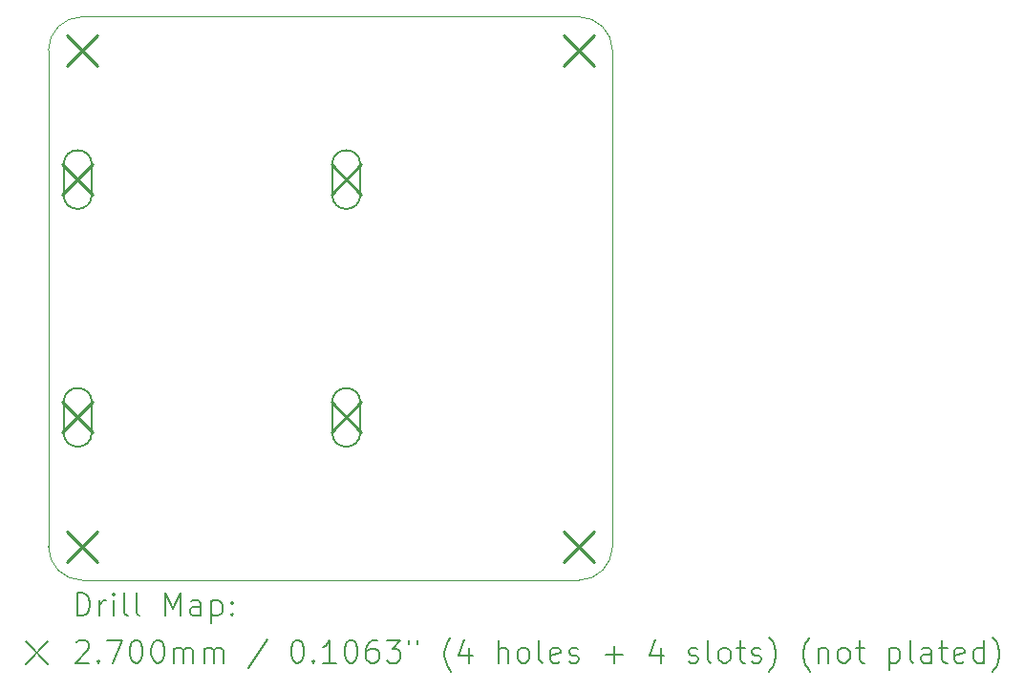
<source format=gbr>
%FSLAX45Y45*%
G04 Gerber Fmt 4.5, Leading zero omitted, Abs format (unit mm)*
G04 Created by KiCad (PCBNEW (6.0.2)) date 2022-03-15 19:19:35*
%MOMM*%
%LPD*%
G01*
G04 APERTURE LIST*
%TA.AperFunction,Profile*%
%ADD10C,0.050000*%
%TD*%
%ADD11C,0.200000*%
%ADD12C,0.270000*%
G04 APERTURE END LIST*
D10*
X17700000Y-10200000D02*
X17700000Y-5800000D01*
X12700000Y-10200000D02*
G75*
G03*
X13000000Y-10500000I300000J0D01*
G01*
X13000000Y-5500000D02*
G75*
G03*
X12700000Y-5800000I0J-300000D01*
G01*
X12700000Y-5800000D02*
X12700000Y-10200000D01*
X17400000Y-5500000D02*
X13000000Y-5500000D01*
X13000000Y-10500000D02*
X17400000Y-10500000D01*
X17400000Y-10500000D02*
G75*
G03*
X17700000Y-10200000I0J300000D01*
G01*
X17700000Y-5800000D02*
G75*
G03*
X17400000Y-5500000I-300000J0D01*
G01*
D11*
D12*
X12825000Y-6810000D02*
X13095000Y-7080000D01*
X13095000Y-6810000D02*
X12825000Y-7080000D01*
D11*
X13085000Y-7080000D02*
X13085000Y-6810000D01*
X12835000Y-7080000D02*
X12835000Y-6810000D01*
X13085000Y-6810000D02*
G75*
G03*
X12835000Y-6810000I-125000J0D01*
G01*
X12835000Y-7080000D02*
G75*
G03*
X13085000Y-7080000I125000J0D01*
G01*
D12*
X12825000Y-8920000D02*
X13095000Y-9190000D01*
X13095000Y-8920000D02*
X12825000Y-9190000D01*
D11*
X13085000Y-9190000D02*
X13085000Y-8920000D01*
X12835000Y-9190000D02*
X12835000Y-8920000D01*
X13085000Y-8920000D02*
G75*
G03*
X12835000Y-8920000I-125000J0D01*
G01*
X12835000Y-9190000D02*
G75*
G03*
X13085000Y-9190000I125000J0D01*
G01*
D12*
X12865000Y-5665000D02*
X13135000Y-5935000D01*
X13135000Y-5665000D02*
X12865000Y-5935000D01*
X12865000Y-10065000D02*
X13135000Y-10335000D01*
X13135000Y-10065000D02*
X12865000Y-10335000D01*
X15205000Y-6810000D02*
X15475000Y-7080000D01*
X15475000Y-6810000D02*
X15205000Y-7080000D01*
D11*
X15465000Y-7080000D02*
X15465000Y-6810000D01*
X15215000Y-7080000D02*
X15215000Y-6810000D01*
X15465000Y-6810000D02*
G75*
G03*
X15215000Y-6810000I-125000J0D01*
G01*
X15215000Y-7080000D02*
G75*
G03*
X15465000Y-7080000I125000J0D01*
G01*
D12*
X15205000Y-8920000D02*
X15475000Y-9190000D01*
X15475000Y-8920000D02*
X15205000Y-9190000D01*
D11*
X15465000Y-9190000D02*
X15465000Y-8920000D01*
X15215000Y-9190000D02*
X15215000Y-8920000D01*
X15465000Y-8920000D02*
G75*
G03*
X15215000Y-8920000I-125000J0D01*
G01*
X15215000Y-9190000D02*
G75*
G03*
X15465000Y-9190000I125000J0D01*
G01*
D12*
X17265000Y-5665000D02*
X17535000Y-5935000D01*
X17535000Y-5665000D02*
X17265000Y-5935000D01*
X17265000Y-10065000D02*
X17535000Y-10335000D01*
X17535000Y-10065000D02*
X17265000Y-10335000D01*
D11*
X12955119Y-10812976D02*
X12955119Y-10612976D01*
X13002738Y-10612976D01*
X13031309Y-10622500D01*
X13050357Y-10641548D01*
X13059881Y-10660595D01*
X13069405Y-10698690D01*
X13069405Y-10727262D01*
X13059881Y-10765357D01*
X13050357Y-10784405D01*
X13031309Y-10803452D01*
X13002738Y-10812976D01*
X12955119Y-10812976D01*
X13155119Y-10812976D02*
X13155119Y-10679643D01*
X13155119Y-10717738D02*
X13164643Y-10698690D01*
X13174167Y-10689167D01*
X13193214Y-10679643D01*
X13212262Y-10679643D01*
X13278928Y-10812976D02*
X13278928Y-10679643D01*
X13278928Y-10612976D02*
X13269405Y-10622500D01*
X13278928Y-10632024D01*
X13288452Y-10622500D01*
X13278928Y-10612976D01*
X13278928Y-10632024D01*
X13402738Y-10812976D02*
X13383690Y-10803452D01*
X13374167Y-10784405D01*
X13374167Y-10612976D01*
X13507500Y-10812976D02*
X13488452Y-10803452D01*
X13478928Y-10784405D01*
X13478928Y-10612976D01*
X13736071Y-10812976D02*
X13736071Y-10612976D01*
X13802738Y-10755833D01*
X13869405Y-10612976D01*
X13869405Y-10812976D01*
X14050357Y-10812976D02*
X14050357Y-10708214D01*
X14040833Y-10689167D01*
X14021786Y-10679643D01*
X13983690Y-10679643D01*
X13964643Y-10689167D01*
X14050357Y-10803452D02*
X14031309Y-10812976D01*
X13983690Y-10812976D01*
X13964643Y-10803452D01*
X13955119Y-10784405D01*
X13955119Y-10765357D01*
X13964643Y-10746310D01*
X13983690Y-10736786D01*
X14031309Y-10736786D01*
X14050357Y-10727262D01*
X14145595Y-10679643D02*
X14145595Y-10879643D01*
X14145595Y-10689167D02*
X14164643Y-10679643D01*
X14202738Y-10679643D01*
X14221786Y-10689167D01*
X14231309Y-10698690D01*
X14240833Y-10717738D01*
X14240833Y-10774881D01*
X14231309Y-10793929D01*
X14221786Y-10803452D01*
X14202738Y-10812976D01*
X14164643Y-10812976D01*
X14145595Y-10803452D01*
X14326548Y-10793929D02*
X14336071Y-10803452D01*
X14326548Y-10812976D01*
X14317024Y-10803452D01*
X14326548Y-10793929D01*
X14326548Y-10812976D01*
X14326548Y-10689167D02*
X14336071Y-10698690D01*
X14326548Y-10708214D01*
X14317024Y-10698690D01*
X14326548Y-10689167D01*
X14326548Y-10708214D01*
X12497500Y-11042500D02*
X12697500Y-11242500D01*
X12697500Y-11042500D02*
X12497500Y-11242500D01*
X12945595Y-11052024D02*
X12955119Y-11042500D01*
X12974167Y-11032976D01*
X13021786Y-11032976D01*
X13040833Y-11042500D01*
X13050357Y-11052024D01*
X13059881Y-11071071D01*
X13059881Y-11090119D01*
X13050357Y-11118690D01*
X12936071Y-11232976D01*
X13059881Y-11232976D01*
X13145595Y-11213928D02*
X13155119Y-11223452D01*
X13145595Y-11232976D01*
X13136071Y-11223452D01*
X13145595Y-11213928D01*
X13145595Y-11232976D01*
X13221786Y-11032976D02*
X13355119Y-11032976D01*
X13269405Y-11232976D01*
X13469405Y-11032976D02*
X13488452Y-11032976D01*
X13507500Y-11042500D01*
X13517024Y-11052024D01*
X13526548Y-11071071D01*
X13536071Y-11109167D01*
X13536071Y-11156786D01*
X13526548Y-11194881D01*
X13517024Y-11213928D01*
X13507500Y-11223452D01*
X13488452Y-11232976D01*
X13469405Y-11232976D01*
X13450357Y-11223452D01*
X13440833Y-11213928D01*
X13431309Y-11194881D01*
X13421786Y-11156786D01*
X13421786Y-11109167D01*
X13431309Y-11071071D01*
X13440833Y-11052024D01*
X13450357Y-11042500D01*
X13469405Y-11032976D01*
X13659881Y-11032976D02*
X13678928Y-11032976D01*
X13697976Y-11042500D01*
X13707500Y-11052024D01*
X13717024Y-11071071D01*
X13726548Y-11109167D01*
X13726548Y-11156786D01*
X13717024Y-11194881D01*
X13707500Y-11213928D01*
X13697976Y-11223452D01*
X13678928Y-11232976D01*
X13659881Y-11232976D01*
X13640833Y-11223452D01*
X13631309Y-11213928D01*
X13621786Y-11194881D01*
X13612262Y-11156786D01*
X13612262Y-11109167D01*
X13621786Y-11071071D01*
X13631309Y-11052024D01*
X13640833Y-11042500D01*
X13659881Y-11032976D01*
X13812262Y-11232976D02*
X13812262Y-11099643D01*
X13812262Y-11118690D02*
X13821786Y-11109167D01*
X13840833Y-11099643D01*
X13869405Y-11099643D01*
X13888452Y-11109167D01*
X13897976Y-11128214D01*
X13897976Y-11232976D01*
X13897976Y-11128214D02*
X13907500Y-11109167D01*
X13926548Y-11099643D01*
X13955119Y-11099643D01*
X13974167Y-11109167D01*
X13983690Y-11128214D01*
X13983690Y-11232976D01*
X14078928Y-11232976D02*
X14078928Y-11099643D01*
X14078928Y-11118690D02*
X14088452Y-11109167D01*
X14107500Y-11099643D01*
X14136071Y-11099643D01*
X14155119Y-11109167D01*
X14164643Y-11128214D01*
X14164643Y-11232976D01*
X14164643Y-11128214D02*
X14174167Y-11109167D01*
X14193214Y-11099643D01*
X14221786Y-11099643D01*
X14240833Y-11109167D01*
X14250357Y-11128214D01*
X14250357Y-11232976D01*
X14640833Y-11023452D02*
X14469405Y-11280595D01*
X14897976Y-11032976D02*
X14917024Y-11032976D01*
X14936071Y-11042500D01*
X14945595Y-11052024D01*
X14955119Y-11071071D01*
X14964643Y-11109167D01*
X14964643Y-11156786D01*
X14955119Y-11194881D01*
X14945595Y-11213928D01*
X14936071Y-11223452D01*
X14917024Y-11232976D01*
X14897976Y-11232976D01*
X14878928Y-11223452D01*
X14869405Y-11213928D01*
X14859881Y-11194881D01*
X14850357Y-11156786D01*
X14850357Y-11109167D01*
X14859881Y-11071071D01*
X14869405Y-11052024D01*
X14878928Y-11042500D01*
X14897976Y-11032976D01*
X15050357Y-11213928D02*
X15059881Y-11223452D01*
X15050357Y-11232976D01*
X15040833Y-11223452D01*
X15050357Y-11213928D01*
X15050357Y-11232976D01*
X15250357Y-11232976D02*
X15136071Y-11232976D01*
X15193214Y-11232976D02*
X15193214Y-11032976D01*
X15174167Y-11061548D01*
X15155119Y-11080595D01*
X15136071Y-11090119D01*
X15374167Y-11032976D02*
X15393214Y-11032976D01*
X15412262Y-11042500D01*
X15421786Y-11052024D01*
X15431309Y-11071071D01*
X15440833Y-11109167D01*
X15440833Y-11156786D01*
X15431309Y-11194881D01*
X15421786Y-11213928D01*
X15412262Y-11223452D01*
X15393214Y-11232976D01*
X15374167Y-11232976D01*
X15355119Y-11223452D01*
X15345595Y-11213928D01*
X15336071Y-11194881D01*
X15326548Y-11156786D01*
X15326548Y-11109167D01*
X15336071Y-11071071D01*
X15345595Y-11052024D01*
X15355119Y-11042500D01*
X15374167Y-11032976D01*
X15612262Y-11032976D02*
X15574167Y-11032976D01*
X15555119Y-11042500D01*
X15545595Y-11052024D01*
X15526548Y-11080595D01*
X15517024Y-11118690D01*
X15517024Y-11194881D01*
X15526548Y-11213928D01*
X15536071Y-11223452D01*
X15555119Y-11232976D01*
X15593214Y-11232976D01*
X15612262Y-11223452D01*
X15621786Y-11213928D01*
X15631309Y-11194881D01*
X15631309Y-11147262D01*
X15621786Y-11128214D01*
X15612262Y-11118690D01*
X15593214Y-11109167D01*
X15555119Y-11109167D01*
X15536071Y-11118690D01*
X15526548Y-11128214D01*
X15517024Y-11147262D01*
X15697976Y-11032976D02*
X15821786Y-11032976D01*
X15755119Y-11109167D01*
X15783690Y-11109167D01*
X15802738Y-11118690D01*
X15812262Y-11128214D01*
X15821786Y-11147262D01*
X15821786Y-11194881D01*
X15812262Y-11213928D01*
X15802738Y-11223452D01*
X15783690Y-11232976D01*
X15726548Y-11232976D01*
X15707500Y-11223452D01*
X15697976Y-11213928D01*
X15897976Y-11032976D02*
X15897976Y-11071071D01*
X15974167Y-11032976D02*
X15974167Y-11071071D01*
X16269405Y-11309167D02*
X16259881Y-11299643D01*
X16240833Y-11271071D01*
X16231309Y-11252024D01*
X16221786Y-11223452D01*
X16212262Y-11175833D01*
X16212262Y-11137738D01*
X16221786Y-11090119D01*
X16231309Y-11061548D01*
X16240833Y-11042500D01*
X16259881Y-11013929D01*
X16269405Y-11004405D01*
X16431309Y-11099643D02*
X16431309Y-11232976D01*
X16383690Y-11023452D02*
X16336071Y-11166310D01*
X16459881Y-11166310D01*
X16688452Y-11232976D02*
X16688452Y-11032976D01*
X16774167Y-11232976D02*
X16774167Y-11128214D01*
X16764643Y-11109167D01*
X16745595Y-11099643D01*
X16717024Y-11099643D01*
X16697976Y-11109167D01*
X16688452Y-11118690D01*
X16897976Y-11232976D02*
X16878929Y-11223452D01*
X16869405Y-11213928D01*
X16859881Y-11194881D01*
X16859881Y-11137738D01*
X16869405Y-11118690D01*
X16878929Y-11109167D01*
X16897976Y-11099643D01*
X16926548Y-11099643D01*
X16945595Y-11109167D01*
X16955119Y-11118690D01*
X16964643Y-11137738D01*
X16964643Y-11194881D01*
X16955119Y-11213928D01*
X16945595Y-11223452D01*
X16926548Y-11232976D01*
X16897976Y-11232976D01*
X17078929Y-11232976D02*
X17059881Y-11223452D01*
X17050357Y-11204405D01*
X17050357Y-11032976D01*
X17231310Y-11223452D02*
X17212262Y-11232976D01*
X17174167Y-11232976D01*
X17155119Y-11223452D01*
X17145595Y-11204405D01*
X17145595Y-11128214D01*
X17155119Y-11109167D01*
X17174167Y-11099643D01*
X17212262Y-11099643D01*
X17231310Y-11109167D01*
X17240833Y-11128214D01*
X17240833Y-11147262D01*
X17145595Y-11166310D01*
X17317024Y-11223452D02*
X17336071Y-11232976D01*
X17374167Y-11232976D01*
X17393214Y-11223452D01*
X17402738Y-11204405D01*
X17402738Y-11194881D01*
X17393214Y-11175833D01*
X17374167Y-11166310D01*
X17345595Y-11166310D01*
X17326548Y-11156786D01*
X17317024Y-11137738D01*
X17317024Y-11128214D01*
X17326548Y-11109167D01*
X17345595Y-11099643D01*
X17374167Y-11099643D01*
X17393214Y-11109167D01*
X17640833Y-11156786D02*
X17793214Y-11156786D01*
X17717024Y-11232976D02*
X17717024Y-11080595D01*
X18126548Y-11099643D02*
X18126548Y-11232976D01*
X18078929Y-11023452D02*
X18031310Y-11166310D01*
X18155119Y-11166310D01*
X18374167Y-11223452D02*
X18393214Y-11232976D01*
X18431310Y-11232976D01*
X18450357Y-11223452D01*
X18459881Y-11204405D01*
X18459881Y-11194881D01*
X18450357Y-11175833D01*
X18431310Y-11166310D01*
X18402738Y-11166310D01*
X18383690Y-11156786D01*
X18374167Y-11137738D01*
X18374167Y-11128214D01*
X18383690Y-11109167D01*
X18402738Y-11099643D01*
X18431310Y-11099643D01*
X18450357Y-11109167D01*
X18574167Y-11232976D02*
X18555119Y-11223452D01*
X18545595Y-11204405D01*
X18545595Y-11032976D01*
X18678929Y-11232976D02*
X18659881Y-11223452D01*
X18650357Y-11213928D01*
X18640833Y-11194881D01*
X18640833Y-11137738D01*
X18650357Y-11118690D01*
X18659881Y-11109167D01*
X18678929Y-11099643D01*
X18707500Y-11099643D01*
X18726548Y-11109167D01*
X18736071Y-11118690D01*
X18745595Y-11137738D01*
X18745595Y-11194881D01*
X18736071Y-11213928D01*
X18726548Y-11223452D01*
X18707500Y-11232976D01*
X18678929Y-11232976D01*
X18802738Y-11099643D02*
X18878929Y-11099643D01*
X18831310Y-11032976D02*
X18831310Y-11204405D01*
X18840833Y-11223452D01*
X18859881Y-11232976D01*
X18878929Y-11232976D01*
X18936071Y-11223452D02*
X18955119Y-11232976D01*
X18993214Y-11232976D01*
X19012262Y-11223452D01*
X19021786Y-11204405D01*
X19021786Y-11194881D01*
X19012262Y-11175833D01*
X18993214Y-11166310D01*
X18964643Y-11166310D01*
X18945595Y-11156786D01*
X18936071Y-11137738D01*
X18936071Y-11128214D01*
X18945595Y-11109167D01*
X18964643Y-11099643D01*
X18993214Y-11099643D01*
X19012262Y-11109167D01*
X19088452Y-11309167D02*
X19097976Y-11299643D01*
X19117024Y-11271071D01*
X19126548Y-11252024D01*
X19136071Y-11223452D01*
X19145595Y-11175833D01*
X19145595Y-11137738D01*
X19136071Y-11090119D01*
X19126548Y-11061548D01*
X19117024Y-11042500D01*
X19097976Y-11013929D01*
X19088452Y-11004405D01*
X19450357Y-11309167D02*
X19440833Y-11299643D01*
X19421786Y-11271071D01*
X19412262Y-11252024D01*
X19402738Y-11223452D01*
X19393214Y-11175833D01*
X19393214Y-11137738D01*
X19402738Y-11090119D01*
X19412262Y-11061548D01*
X19421786Y-11042500D01*
X19440833Y-11013929D01*
X19450357Y-11004405D01*
X19526548Y-11099643D02*
X19526548Y-11232976D01*
X19526548Y-11118690D02*
X19536071Y-11109167D01*
X19555119Y-11099643D01*
X19583690Y-11099643D01*
X19602738Y-11109167D01*
X19612262Y-11128214D01*
X19612262Y-11232976D01*
X19736071Y-11232976D02*
X19717024Y-11223452D01*
X19707500Y-11213928D01*
X19697976Y-11194881D01*
X19697976Y-11137738D01*
X19707500Y-11118690D01*
X19717024Y-11109167D01*
X19736071Y-11099643D01*
X19764643Y-11099643D01*
X19783690Y-11109167D01*
X19793214Y-11118690D01*
X19802738Y-11137738D01*
X19802738Y-11194881D01*
X19793214Y-11213928D01*
X19783690Y-11223452D01*
X19764643Y-11232976D01*
X19736071Y-11232976D01*
X19859881Y-11099643D02*
X19936071Y-11099643D01*
X19888452Y-11032976D02*
X19888452Y-11204405D01*
X19897976Y-11223452D01*
X19917024Y-11232976D01*
X19936071Y-11232976D01*
X20155119Y-11099643D02*
X20155119Y-11299643D01*
X20155119Y-11109167D02*
X20174167Y-11099643D01*
X20212262Y-11099643D01*
X20231310Y-11109167D01*
X20240833Y-11118690D01*
X20250357Y-11137738D01*
X20250357Y-11194881D01*
X20240833Y-11213928D01*
X20231310Y-11223452D01*
X20212262Y-11232976D01*
X20174167Y-11232976D01*
X20155119Y-11223452D01*
X20364643Y-11232976D02*
X20345595Y-11223452D01*
X20336071Y-11204405D01*
X20336071Y-11032976D01*
X20526548Y-11232976D02*
X20526548Y-11128214D01*
X20517024Y-11109167D01*
X20497976Y-11099643D01*
X20459881Y-11099643D01*
X20440833Y-11109167D01*
X20526548Y-11223452D02*
X20507500Y-11232976D01*
X20459881Y-11232976D01*
X20440833Y-11223452D01*
X20431310Y-11204405D01*
X20431310Y-11185357D01*
X20440833Y-11166310D01*
X20459881Y-11156786D01*
X20507500Y-11156786D01*
X20526548Y-11147262D01*
X20593214Y-11099643D02*
X20669405Y-11099643D01*
X20621786Y-11032976D02*
X20621786Y-11204405D01*
X20631310Y-11223452D01*
X20650357Y-11232976D01*
X20669405Y-11232976D01*
X20812262Y-11223452D02*
X20793214Y-11232976D01*
X20755119Y-11232976D01*
X20736071Y-11223452D01*
X20726548Y-11204405D01*
X20726548Y-11128214D01*
X20736071Y-11109167D01*
X20755119Y-11099643D01*
X20793214Y-11099643D01*
X20812262Y-11109167D01*
X20821786Y-11128214D01*
X20821786Y-11147262D01*
X20726548Y-11166310D01*
X20993214Y-11232976D02*
X20993214Y-11032976D01*
X20993214Y-11223452D02*
X20974167Y-11232976D01*
X20936071Y-11232976D01*
X20917024Y-11223452D01*
X20907500Y-11213928D01*
X20897976Y-11194881D01*
X20897976Y-11137738D01*
X20907500Y-11118690D01*
X20917024Y-11109167D01*
X20936071Y-11099643D01*
X20974167Y-11099643D01*
X20993214Y-11109167D01*
X21069405Y-11309167D02*
X21078929Y-11299643D01*
X21097976Y-11271071D01*
X21107500Y-11252024D01*
X21117024Y-11223452D01*
X21126548Y-11175833D01*
X21126548Y-11137738D01*
X21117024Y-11090119D01*
X21107500Y-11061548D01*
X21097976Y-11042500D01*
X21078929Y-11013929D01*
X21069405Y-11004405D01*
M02*

</source>
